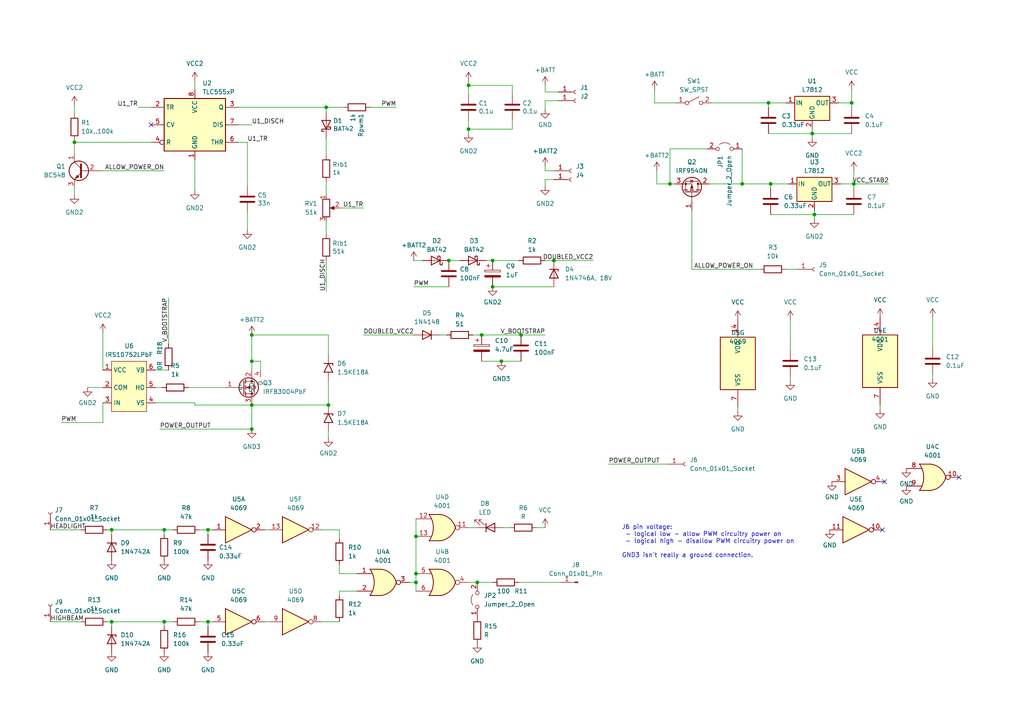
<source format=kicad_sch>
(kicad_sch (version 20230121) (generator eeschema)
  (paper "A4")
  (lib_symbols
    (symbol "4xxx:4001" (pin_names (offset 1.016))
      (property "Reference" "U" (at 0 1.27 0))
      (property "Value" "4001" (at 0 -1.27 0))
      (symbol "4001_1_1"
        (pin input line (at -7.62 2.54 0) (length 4.318) (name "~") (number "1"))
        (pin input line (at -7.62 -2.54 0) (length 4.318) (name "~") (number "2"))
        (pin output inverted (at 7.62 0 180) (length 3.81) (name "~") (number "3"))
      )
      (symbol "4001_1_2"
        (pin input inverted (at -7.62 2.54 0) (length 3.81) (name "~") (number "1"))
        (pin input inverted (at -7.62 -2.54 0) (length 3.81) (name "~") (number "2"))
        (pin output line (at 7.62 0 180) (length 3.81) (name "~") (number "3"))
      )
      (symbol "4001_2_1"
        (pin output inverted (at 7.62 0 180) (length 3.81) (name "~") (number "4"))
        (pin input line (at -7.62 2.54 0) (length 4.318) (name "~") (number "5"))
        (pin input line (at -7.62 -2.54 0) (length 4.318) (name "~") (number "6"))
      )
      (symbol "4001_2_2"
        (pin output line (at 7.62 0 180) (length 3.81) (name "~") (number "4"))
        (pin input inverted (at -7.62 2.54 0) (length 3.81) (name "~") (number "5"))
        (pin input inverted (at -7.62 -2.54 0) (length 3.81) (name "~") (number "6"))
      )
      (symbol "4001_3_1"
        (pin output inverted (at 7.62 0 180) (length 3.81) (name "~") (number "10"))
        (pin input line (at -7.62 2.54 0) (length 4.318) (name "~") (number "8"))
        (pin input line (at -7.62 -2.54 0) (length 4.318) (name "~") (number "9"))
      )
      (symbol "4001_3_2"
        (pin output line (at 7.62 0 180) (length 3.81) (name "~") (number "10"))
        (pin input inverted (at -7.62 2.54 0) (length 3.81) (name "~") (number "8"))
        (pin input inverted (at -7.62 -2.54 0) (length 3.81) (name "~") (number "9"))
      )
      (symbol "4001_4_1"
        (pin output inverted (at 7.62 0 180) (length 3.81) (name "~") (number "11"))
        (pin input line (at -7.62 2.54 0) (length 4.318) (name "~") (number "12"))
        (pin input line (at -7.62 -2.54 0) (length 4.318) (name "~") (number "13"))
      )
      (symbol "4001_4_2"
        (pin output line (at 7.62 0 180) (length 3.81) (name "~") (number "11"))
        (pin input inverted (at -7.62 2.54 0) (length 3.81) (name "~") (number "12"))
        (pin input inverted (at -7.62 -2.54 0) (length 3.81) (name "~") (number "13"))
      )
      (symbol "4001_5_0"
        (pin power_in line (at 0 12.7 270) (length 5.08) (name "VDD") (number "14"))
        (pin power_in line (at 0 -12.7 90) (length 5.08) (name "VSS") (number "7"))
      )
    )
    (symbol "4xxx:4069" (pin_names (offset 1.016))
      (property "Reference" "U" (at 0 1.27 0))
      (property "Value" "4069" (at 0 -1.27 0))
      (symbol "4069_1_0"
        (pin input line (at -7.62 0 0) (length 3.81) (name "~") (number "1"))
        (pin output inverted (at 7.62 0 180) (length 3.81) (name "~") (number "2"))
      )
      (symbol "4069_2_0"
        (pin input line (at -7.62 0 0) (length 3.81) (name "~") (number "3"))
        (pin output inverted (at 7.62 0 180) (length 3.81) (name "~") (number "4"))
      )
      (symbol "4069_3_0"
        (pin input line (at -7.62 0 0) (length 3.81) (name "~") (number "5"))
        (pin output inverted (at 7.62 0 180) (length 3.81) (name "~") (number "6"))
      )
      (symbol "4069_4_0"
        (pin output inverted (at 7.62 0 180) (length 3.81) (name "~") (number "8"))
        (pin input line (at -7.62 0 0) (length 3.81) (name "~") (number "9"))
      )
      (symbol "4069_5_0"
        (pin output inverted (at 7.62 0 180) (length 3.81) (name "~") (number "10"))
        (pin input line (at -7.62 0 0) (length 3.81) (name "~") (number "11"))
      )
      (symbol "4069_6_0"
        (pin output inverted (at 7.62 0 180) (length 3.81) (name "~") (number "12"))
        (pin input line (at -7.62 0 0) (length 3.81) (name "~") (number "13"))
      )
      (symbol "4069_7_0"
        (pin power_in line (at 0 12.7 270) (length 5.08) (name "VDD") (number "14"))
        (pin power_in line (at 0 -12.7 90) (length 5.08) (name "VSS") (number "7"))
      )
    )
    (symbol "Connector:Conn_01x01_Pin" (pin_names (offset 1.016) hide)
      (property "Reference" "J" (at 0 2.54 0))
      (property "Value" "Conn_01x01_Pin" (at 0 -2.54 0))
      (symbol "Conn_01x01_Pin_1_1"
        (pin passive line (at 5.08 0 180) (length 3.81) (name "Pin_1") (number "1"))
      )
    )
    (symbol "Connector:Conn_01x01_Socket" (pin_names (offset 1.016) hide)
      (property "Reference" "J" (at 0 2.54 0))
      (property "Value" "Conn_01x01_Socket" (at 0 -2.54 0))
      (symbol "Conn_01x01_Socket_1_1"
        (pin passive line (at -5.08 0 0) (length 3.81) (name "Pin_1") (number "1"))
      )
    )
    (symbol "Device:C" (pin_numbers hide) (pin_names (offset 0.254))
      (property "Reference" "C" (at 0.635 2.54 0))
      (property "Value" "C" (at 0.635 -2.54 0))
      (symbol "C_1_1"
        (pin passive line (at 0 3.81 270) (length 2.794) (name "~") (number "1"))
        (pin passive line (at 0 -3.81 90) (length 2.794) (name "~") (number "2"))
      )
    )
    (symbol "Device:C_Polarized" (pin_numbers hide) (pin_names (offset 0.254))
      (property "Reference" "C" (at 0.635 2.54 0))
      (property "Value" "C_Polarized" (at 0.635 -2.54 0))
      (symbol "C_Polarized_1_1"
        (pin passive line (at 0 3.81 270) (length 2.794) (name "~") (number "1"))
        (pin passive line (at 0 -3.81 90) (length 2.794) (name "~") (number "2"))
      )
    )
    (symbol "Device:LED" (pin_numbers hide) (pin_names (offset 1.016) hide)
      (property "Reference" "D" (at 0 2.54 0))
      (property "Value" "LED" (at 0 -2.54 0))
      (symbol "LED_1_1"
        (pin passive line (at -3.81 0 0) (length 2.54) (name "K") (number "1"))
        (pin passive line (at 3.81 0 180) (length 2.54) (name "A") (number "2"))
      )
    )
    (symbol "Device:R" (pin_numbers hide) (pin_names (offset 0))
      (property "Reference" "R" (at 2.032 0 90))
      (property "Value" "R" (at 0 0 90))
      (symbol "R_1_1"
        (pin passive line (at 0 3.81 270) (length 1.27) (name "~") (number "1"))
        (pin passive line (at 0 -3.81 90) (length 1.27) (name "~") (number "2"))
      )
    )
    (symbol "Device:R_Potentiometer" (pin_names (offset 1.016) hide)
      (property "Reference" "RV" (at -4.445 0 90))
      (property "Value" "R_Potentiometer" (at -2.54 0 90))
      (symbol "R_Potentiometer_1_1"
        (pin passive line (at 0 3.81 270) (length 1.27) (name "1") (number "1"))
        (pin passive line (at 3.81 0 180) (length 1.27) (name "2") (number "2"))
        (pin passive line (at 0 -3.81 90) (length 1.27) (name "3") (number "3"))
      )
    )
    (symbol "Diode:1.5KExxA" (pin_numbers hide) (pin_names (offset 1.016) hide)
      (property "Reference" "D" (at 0 2.54 0))
      (property "Value" "1.5KExxA" (at 0 -2.54 0))
      (symbol "1.5KExxA_1_1"
        (pin passive line (at -3.81 0 0) (length 2.54) (name "A1") (number "1"))
        (pin passive line (at 3.81 0 180) (length 2.54) (name "A2") (number "2"))
      )
    )
    (symbol "Diode:1N4148" (pin_numbers hide) (pin_names hide)
      (property "Reference" "D" (at 0 2.54 0))
      (property "Value" "1N4148" (at 0 -2.54 0))
      (symbol "1N4148_1_1"
        (pin passive line (at -3.81 0 0) (length 2.54) (name "K") (number "1"))
        (pin passive line (at 3.81 0 180) (length 2.54) (name "A") (number "2"))
      )
    )
    (symbol "Diode:1N47xxA" (pin_numbers hide) (pin_names hide)
      (property "Reference" "D" (at 0 2.54 0))
      (property "Value" "1N47xxA" (at 0 -2.54 0))
      (symbol "1N47xxA_1_1"
        (pin passive line (at -3.81 0 0) (length 2.54) (name "K") (number "1"))
        (pin passive line (at 3.81 0 180) (length 2.54) (name "A") (number "2"))
      )
    )
    (symbol "Diode:BAT42" (pin_numbers hide) (pin_names (offset 1.016) hide)
      (property "Reference" "D" (at 0 2.54 0))
      (property "Value" "BAT42" (at 0 -2.54 0))
      (symbol "BAT42_1_1"
        (pin passive line (at -3.81 0 0) (length 2.54) (name "K") (number "1"))
        (pin passive line (at 3.81 0 180) (length 2.54) (name "A") (number "2"))
      )
    )
    (symbol "IRFB3004PbF:IRFB3004PbF" (pin_names (offset 1.016))
      (property "Reference" "Q" (at 3.81 1.27 0))
      (property "Value" "IRFB3004PbF" (at 8.89 -1.27 0))
      (symbol "IRFB3004PbF_1_1"
        (pin input line (at -7.62 0 0) (length 2.54) (name "G") (number "1"))
        (pin passive line (at 0 5.08 270) (length 2.54) (name "D") (number "2"))
        (pin passive line (at 0 -5.08 90) (length 2.54) (name "S") (number "3"))
        (pin passive line (at 2.54 5.08 270) (length 2.0066) (name "D") (number "4"))
      )
    )
    (symbol "IRS10752LPbF:IRS10752LPbF"
      (property "Reference" "U" (at -1.27 -6.985 0))
      (property "Value" "IRS10752LPbF" (at 2.54 10.16 0))
      (symbol "IRS10752LPbF_1_1"
        (pin power_in line (at -5.08 6.35 0) (length 2.54) (name "VCC") (number "1"))
        (pin power_in line (at -5.08 1.27 0) (length 2.54) (name "COM") (number "2"))
        (pin input line (at -5.08 -3.175 0) (length 2.54) (name "IN") (number "3"))
        (pin input line (at 10.16 -3.175 180) (length 2.54) (name "VS") (number "4"))
        (pin power_out line (at 10.16 1.27 180) (length 2.54) (name "HO") (number "5"))
        (pin input line (at 10.16 6.35 180) (length 2.54) (name "VB") (number "6"))
      )
    )
    (symbol "Jumper:Jumper_2_Open" (pin_names (offset 0) hide)
      (property "Reference" "JP" (at 0 2.794 0))
      (property "Value" "Jumper_2_Open" (at 0 -2.286 0))
      (symbol "Jumper_2_Open_1_1"
        (pin passive line (at -5.08 0 0) (length 2.54) (name "A") (number "1"))
        (pin passive line (at 5.08 0 180) (length 2.54) (name "B") (number "2"))
      )
    )
    (symbol "Regulator_Linear:L7812" (pin_names (offset 0.254))
      (property "Reference" "U" (at -3.81 3.175 0))
      (property "Value" "L7812" (at 0 3.175 0))
      (symbol "L7812_1_1"
        (pin power_in line (at -7.62 0 0) (length 2.54) (name "IN") (number "1"))
        (pin power_in line (at 0 -7.62 90) (length 2.54) (name "GND") (number "2"))
        (pin power_out line (at 7.62 0 180) (length 2.54) (name "OUT") (number "3"))
      )
    )
    (symbol "Switch:SW_SPST" (pin_names (offset 0) hide)
      (property "Reference" "SW" (at 0 3.175 0))
      (property "Value" "SW_SPST" (at 0 -2.54 0))
      (symbol "SW_SPST_1_1"
        (pin passive line (at -5.08 0 0) (length 2.54) (name "A") (number "1"))
        (pin passive line (at 5.08 0 180) (length 2.54) (name "B") (number "2"))
      )
    )
    (symbol "Timer:TLC555xP"
      (property "Reference" "U" (at -10.16 8.89 0))
      (property "Value" "TLC555xP" (at 2.54 8.89 0))
      (symbol "TLC555xP_0_0"
        (pin power_in line (at 0 -10.16 90) (length 2.54) (name "GND") (number "1"))
        (pin power_in line (at 0 10.16 270) (length 2.54) (name "VCC") (number "8"))
      )
      (symbol "TLC555xP_1_1"
        (pin input line (at -12.7 5.08 0) (length 3.81) (name "TR") (number "2"))
        (pin output line (at 12.7 5.08 180) (length 3.81) (name "Q") (number "3"))
        (pin input inverted (at -12.7 -5.08 0) (length 3.81) (name "R") (number "4"))
        (pin input line (at -12.7 0 0) (length 3.81) (name "CV") (number "5"))
        (pin input line (at 12.7 -5.08 180) (length 3.81) (name "THR") (number "6"))
        (pin input line (at 12.7 0 180) (length 3.81) (name "DIS") (number "7"))
      )
    )
    (symbol "Transistor_BJT:BC548" (pin_names (offset 0) hide)
      (property "Reference" "Q" (at 5.08 1.905 0))
      (property "Value" "BC548" (at 5.08 0 0))
      (symbol "BC548_1_1"
        (pin passive line (at 2.54 5.08 270) (length 2.54) (name "C") (number "1"))
        (pin input line (at -5.08 0 0) (length 5.08) (name "B") (number "2"))
        (pin passive line (at 2.54 -5.08 90) (length 2.54) (name "E") (number "3"))
      )
    )
    (symbol "Transistor_FET:IRF9540N" (pin_names hide)
      (property "Reference" "Q" (at 5.08 1.905 0))
      (property "Value" "IRF9540N" (at 5.08 0 0))
      (symbol "IRF9540N_1_1"
        (pin input line (at -5.08 0 0) (length 2.54) (name "G") (number "1"))
        (pin passive line (at 2.54 5.08 270) (length 2.54) (name "D") (number "2"))
        (pin passive line (at 2.54 -5.08 90) (length 2.54) (name "S") (number "3"))
      )
    )
    (symbol "batt2:+BATT2" (power) (pin_names (offset 0))
      (property "Value" "+BATT2" (at 0 3.556 0))
      (symbol "+BATT2_1_1"
        (pin power_in line (at 0 0 90) (length 0) hide (name "+BATT2") (number "1"))
      )
    )
    (symbol "power:+BATT" (power) (pin_names (offset 0))
      (property "Value" "+BATT" (at 0 3.556 0))
      (symbol "+BATT_1_1"
        (pin power_in line (at 0 0 90) (length 0) hide (name "+BATT") (number "1"))
      )
    )
    (symbol "power:GND" (power) (pin_names (offset 0))
      (property "Value" "GND" (at 0 -3.81 0))
      (symbol "GND_1_1"
        (pin power_in line (at 0 0 270) (length 0) hide (name "GND") (number "1"))
      )
    )
    (symbol "power:GND2" (power) (pin_names (offset 0))
      (property "Value" "GND2" (at 0 -3.81 0))
      (symbol "GND2_1_1"
        (pin power_in line (at 0 0 270) (length 0) hide (name "GND2") (number "1"))
      )
    )
    (symbol "power:GND3" (power) (pin_names (offset 0))
      (property "Value" "GND3" (at 0 -3.81 0))
      (symbol "GND3_1_1"
        (pin power_in line (at 0 0 270) (length 0) hide (name "GND3") (number "1"))
      )
    )
    (symbol "power:VCC" (power) (pin_names (offset 0))
      (property "Value" "VCC" (at 0 3.81 0))
      (symbol "VCC_1_1"
        (pin power_in line (at 0 0 90) (length 0) hide (name "VCC") (number "1"))
      )
    )
    (symbol "vcc2:VCC2" (power) (pin_names (offset 0))
      (property "Value" "VCC2" (at 0 3.81 0))
      (symbol "VCC2_1_1"
        (pin power_in line (at 0 0 90) (length 0) hide (name "VCC2") (number "1"))
      )
    )
  )
  (junction (at 120.65 168.91))
  (junction (at 73.025 97.155))
  (junction (at 247.65 53.34))
  (junction (at 142.875 75.565))
  (junction (at 32.385 153.67))
  (junction (at 47.625 180.34))
  (junction (at 120.65 155.575))
  (junction (at 194.31 53.34))
  (junction (at 142.875 83.185))
  (junction (at 222.885 29.845))
  (junction (at 120.65 166.37))
  (junction (at 247.015 29.845))
  (junction (at 32.385 180.34))
  (junction (at 73.025 104.775))
  (junction (at 95.25 117.475))
  (junction (at 94.615 31.115))
  (junction (at 60.325 180.34))
  (junction (at 47.625 153.67))
  (junction (at 60.325 153.67))
  (junction (at 160.655 75.565))
  (junction (at 236.22 62.23))
  (junction (at 223.52 53.34))
  (junction (at 215.265 53.34))
  (junction (at 21.59 41.275))
  (junction (at 130.175 75.565))
  (junction (at 73.025 117.475))
  (junction (at 138.43 168.91))
  (junction (at 139.7 97.155))
  (junction (at 235.585 38.735))
  (junction (at 135.89 24.765))
  (junction (at 73.025 124.46))
  (junction (at 145.415 104.775))
  (junction (at 135.89 37.465))
  (junction (at 151.13 97.155))
  (no_connect (at 255.905 153.67))
  (no_connect (at 256.54 139.7))
  (no_connect (at 43.815 36.195))
  (no_connect (at 278.13 138.43))
  (wire (pts (xy 135.89 153.035) (xy 138.43 153.035)))
  (wire (pts (xy 60.325 180.34) (xy 61.595 180.34)))
  (wire (pts (xy 146.05 153.035) (xy 147.955 153.035)))
  (wire (pts (xy 158.115 24.765) (xy 158.115 26.67)))
  (wire (pts (xy 56.515 46.355) (xy 56.515 55.245)))
  (wire (pts (xy 56.515 116.84) (xy 56.515 117.475)))
  (wire (pts (xy 29.21 49.53) (xy 47.625 49.53)))
  (wire (pts (xy 158.115 29.21) (xy 158.115 31.75)))
  (wire (pts (xy 135.89 24.765) (xy 135.89 27.305)))
  (wire (pts (xy 150.495 168.91) (xy 162.56 168.91)))
  (wire (pts (xy 243.205 29.845) (xy 247.015 29.845)))
  (wire (pts (xy 120.65 150.495) (xy 120.65 155.575)))
  (wire (pts (xy 247.015 26.035) (xy 247.015 29.845)))
  (wire (pts (xy 158.115 75.565) (xy 160.655 75.565)))
  (wire (pts (xy 139.7 97.155) (xy 151.13 97.155)))
  (wire (pts (xy 60.325 153.67) (xy 61.595 153.67)))
  (wire (pts (xy 94.615 31.115) (xy 99.695 31.115)))
  (wire (pts (xy 21.59 33.02) (xy 21.59 30.48)))
  (wire (pts (xy 151.13 97.155) (xy 158.115 97.155)))
  (wire (pts (xy 47.625 180.34) (xy 50.165 180.34)))
  (wire (pts (xy 120.65 168.91) (xy 120.65 171.45)))
  (wire (pts (xy 21.59 41.275) (xy 43.815 41.275)))
  (wire (pts (xy 105.41 97.155) (xy 120.015 97.155)))
  (wire (pts (xy 220.345 78.105) (xy 200.66 78.105)))
  (wire (pts (xy 98.425 171.45) (xy 103.505 171.45)))
  (wire (pts (xy 205.74 53.34) (xy 215.265 53.34)))
  (wire (pts (xy 17.78 122.555) (xy 29.845 122.555)))
  (wire (pts (xy 29.845 96.52) (xy 29.845 107.315)))
  (wire (pts (xy 235.585 37.465) (xy 235.585 38.735)))
  (wire (pts (xy 94.615 40.005) (xy 94.615 45.085)))
  (wire (pts (xy 71.755 41.275) (xy 69.215 41.275)))
  (wire (pts (xy 222.885 29.845) (xy 227.965 29.845)))
  (wire (pts (xy 270.51 100.965) (xy 270.51 92.075)))
  (wire (pts (xy 94.615 64.135) (xy 94.615 67.945)))
  (wire (pts (xy 247.65 53.34) (xy 247.65 54.61)))
  (wire (pts (xy 98.425 60.325) (xy 105.41 60.325)))
  (wire (pts (xy 95.25 97.155) (xy 95.25 102.87)))
  (wire (pts (xy 229.235 109.22) (xy 229.235 110.49)))
  (wire (pts (xy 32.385 153.67) (xy 47.625 153.67)))
  (wire (pts (xy 138.43 168.91) (xy 142.875 168.91)))
  (wire (pts (xy 57.785 153.67) (xy 60.325 153.67)))
  (wire (pts (xy 98.425 156.21) (xy 98.425 153.67)))
  (wire (pts (xy 200.66 60.96) (xy 200.66 78.105)))
  (wire (pts (xy 135.89 38.735) (xy 135.89 37.465)))
  (wire (pts (xy 94.615 56.515) (xy 94.615 52.705)))
  (wire (pts (xy 196.215 29.845) (xy 189.865 29.845)))
  (wire (pts (xy 73.025 104.775) (xy 75.565 104.775)))
  (wire (pts (xy 243.84 53.34) (xy 247.65 53.34)))
  (wire (pts (xy 98.425 153.67) (xy 93.345 153.67)))
  (wire (pts (xy 222.885 38.735) (xy 235.585 38.735)))
  (wire (pts (xy 148.59 24.765) (xy 135.89 24.765)))
  (wire (pts (xy 47.625 153.67) (xy 47.625 154.94)))
  (wire (pts (xy 247.015 38.735) (xy 235.585 38.735)))
  (wire (pts (xy 48.895 86.36) (xy 48.895 99.695)))
  (wire (pts (xy 21.59 41.275) (xy 21.59 44.45)))
  (wire (pts (xy 32.385 180.34) (xy 32.385 181.61)))
  (wire (pts (xy 148.59 37.465) (xy 135.89 37.465)))
  (wire (pts (xy 14.605 180.34) (xy 23.495 180.34)))
  (wire (pts (xy 135.89 37.465) (xy 135.89 34.925)))
  (wire (pts (xy 142.875 75.565) (xy 150.495 75.565)))
  (wire (pts (xy 40.005 31.115) (xy 43.815 31.115)))
  (wire (pts (xy 25.4 112.395) (xy 29.845 112.395)))
  (wire (pts (xy 247.65 53.34) (xy 257.81 53.34)))
  (wire (pts (xy 247.015 29.845) (xy 247.015 31.115)))
  (wire (pts (xy 140.97 75.565) (xy 142.875 75.565)))
  (wire (pts (xy 71.755 41.275) (xy 71.755 53.975)))
  (wire (pts (xy 118.745 168.91) (xy 120.65 168.91)))
  (wire (pts (xy 73.025 104.775) (xy 73.025 107.315)))
  (wire (pts (xy 60.325 181.61) (xy 60.325 180.34)))
  (wire (pts (xy 236.22 62.23) (xy 236.22 63.5)))
  (wire (pts (xy 76.835 180.34) (xy 78.105 180.34)))
  (wire (pts (xy 32.385 153.67) (xy 32.385 154.94)))
  (wire (pts (xy 120.65 155.575) (xy 120.65 166.37)))
  (wire (pts (xy 56.515 117.475) (xy 73.025 117.475)))
  (wire (pts (xy 135.89 168.91) (xy 138.43 168.91)))
  (wire (pts (xy 190.5 49.53) (xy 190.5 53.34)))
  (wire (pts (xy 227.965 78.105) (xy 231.14 78.105)))
  (wire (pts (xy 98.425 172.72) (xy 98.425 171.45)))
  (wire (pts (xy 137.16 97.155) (xy 139.7 97.155)))
  (wire (pts (xy 270.51 108.585) (xy 270.51 109.855)))
  (wire (pts (xy 135.89 23.495) (xy 135.89 24.765)))
  (wire (pts (xy 14.605 153.67) (xy 23.495 153.67)))
  (wire (pts (xy 213.995 118.11) (xy 213.995 119.38)))
  (wire (pts (xy 98.425 166.37) (xy 98.425 163.83)))
  (wire (pts (xy 95.25 97.155) (xy 73.025 97.155)))
  (wire (pts (xy 223.52 53.34) (xy 223.52 54.61)))
  (wire (pts (xy 32.385 180.34) (xy 47.625 180.34)))
  (wire (pts (xy 148.59 34.925) (xy 148.59 37.465)))
  (wire (pts (xy 120.015 75.565) (xy 122.555 75.565)))
  (wire (pts (xy 95.25 110.49) (xy 95.25 117.475)))
  (wire (pts (xy 31.115 180.34) (xy 32.385 180.34)))
  (wire (pts (xy 60.325 154.94) (xy 60.325 153.67)))
  (wire (pts (xy 160.655 52.07) (xy 158.115 52.07)))
  (wire (pts (xy 75.565 104.775) (xy 75.565 107.315)))
  (wire (pts (xy 145.415 104.775) (xy 151.13 104.775)))
  (wire (pts (xy 73.025 97.155) (xy 73.025 104.775)))
  (wire (pts (xy 236.22 60.96) (xy 236.22 62.23)))
  (wire (pts (xy 127.635 97.155) (xy 129.54 97.155)))
  (wire (pts (xy 71.755 66.675) (xy 71.755 61.595)))
  (wire (pts (xy 148.59 27.305) (xy 148.59 24.765)))
  (wire (pts (xy 54.61 112.395) (xy 65.405 112.395)))
  (wire (pts (xy 45.085 112.395) (xy 46.99 112.395)))
  (wire (pts (xy 194.31 53.34) (xy 195.58 53.34)))
  (wire (pts (xy 21.59 54.61) (xy 21.59 56.515)))
  (wire (pts (xy 161.925 26.67) (xy 158.115 26.67)))
  (wire (pts (xy 94.615 75.565) (xy 94.615 84.455)))
  (wire (pts (xy 29.845 116.84) (xy 29.845 122.555)))
  (wire (pts (xy 190.5 53.34) (xy 194.31 53.34)))
  (wire (pts (xy 247.65 49.53) (xy 247.65 53.34)))
  (wire (pts (xy 45.085 116.84) (xy 56.515 116.84)))
  (wire (pts (xy 189.865 26.035) (xy 189.865 29.845)))
  (wire (pts (xy 215.265 53.34) (xy 223.52 53.34)))
  (wire (pts (xy 120.65 168.91) (xy 120.65 166.37)))
  (wire (pts (xy 205.105 43.18) (xy 194.31 43.18)))
  (wire (pts (xy 247.65 62.23) (xy 236.22 62.23)))
  (wire (pts (xy 107.315 31.115) (xy 114.935 31.115)))
  (wire (pts (xy 142.875 83.185) (xy 160.655 83.185)))
  (wire (pts (xy 155.575 153.035) (xy 158.115 153.035)))
  (wire (pts (xy 215.265 43.18) (xy 215.265 53.34)))
  (wire (pts (xy 223.52 53.34) (xy 228.6 53.34)))
  (wire (pts (xy 69.215 31.115) (xy 94.615 31.115)))
  (wire (pts (xy 158.115 49.53) (xy 158.115 48.26)))
  (wire (pts (xy 46.355 124.46) (xy 73.025 124.46)))
  (wire (pts (xy 158.115 52.07) (xy 158.115 53.975)))
  (wire (pts (xy 73.025 117.475) (xy 95.25 117.475)))
  (wire (pts (xy 223.52 62.23) (xy 236.22 62.23)))
  (wire (pts (xy 57.785 180.34) (xy 60.325 180.34)))
  (wire (pts (xy 160.655 49.53) (xy 158.115 49.53)))
  (wire (pts (xy 73.025 36.195) (xy 69.215 36.195)))
  (wire (pts (xy 103.505 166.37) (xy 98.425 166.37)))
  (wire (pts (xy 93.345 180.34) (xy 98.425 180.34)))
  (wire (pts (xy 45.085 107.315) (xy 48.895 107.315)))
  (wire (pts (xy 222.885 29.845) (xy 222.885 31.115)))
  (wire (pts (xy 21.59 40.64) (xy 21.59 41.275)))
  (wire (pts (xy 235.585 38.735) (xy 235.585 40.005)))
  (wire (pts (xy 120.015 83.185) (xy 130.175 83.185)))
  (wire (pts (xy 56.515 23.495) (xy 56.515 26.035)))
  (wire (pts (xy 229.235 101.6) (xy 229.235 92.71)))
  (wire (pts (xy 176.53 134.62) (xy 193.675 134.62)))
  (wire (pts (xy 95.25 125.095) (xy 95.25 127)))
  (wire (pts (xy 47.625 180.34) (xy 47.625 181.61)))
  (wire (pts (xy 206.375 29.845) (xy 222.885 29.845)))
  (wire (pts (xy 73.025 117.475) (xy 73.025 124.46)))
  (wire (pts (xy 194.31 43.18) (xy 194.31 53.34)))
  (wire (pts (xy 255.27 117.475) (xy 255.27 118.745)))
  (wire (pts (xy 161.925 29.21) (xy 158.115 29.21)))
  (wire (pts (xy 139.7 104.775) (xy 145.415 104.775)))
  (wire (pts (xy 130.175 75.565) (xy 133.35 75.565)))
  (wire (pts (xy 76.835 153.67) (xy 78.105 153.67)))
  (wire (pts (xy 31.115 153.67) (xy 32.385 153.67)))
  (wire (pts (xy 160.655 75.565) (xy 172.085 75.565)))
  (wire (pts (xy 47.625 153.67) (xy 50.165 153.67)))
  (wire (pts (xy 94.615 31.115) (xy 94.615 32.385)))
  (text "J6 pin voltage:\n - logical low - allow PWM circuitry power on\n - logical high - disallow PWM circuitry power on\n\nGND3 isn't really a ground connection." (at 180.34 161.925 0) (effects (font (size 1.27 1.27)) (justify left bottom)))
  (label "VCC_STAB2" (at 257.81 53.34 180))
  (label "U1_DISCH" (at 73.025 36.195 0))
  (label "ALLOW_POWER_ON" (at 47.625 49.53 180))
  (label "U1_TR" (at 40.005 31.115 180))
  (label "PWM" (at 120.015 83.185 0))
  (label "POWER_OUTPUT" (at 46.355 124.46 0))
  (label "DOUBLED_VCC2" (at 172.085 75.565 180))
  (label "ALLOW_POWER_ON" (at 201.295 78.105 0))
  (label "POWER_OUTPUT" (at 176.53 134.62 0))
  (label "HEADLIGHT" (at 14.605 153.67 0))
  (label "U1_TR" (at 71.755 41.275 0))
  (label "PWM" (at 17.78 122.555 0))
  (label "HIGHBEAM" (at 14.605 180.34 0))
  (label "U1_TR" (at 105.41 60.325 180))
  (label "DOUBLED_VCC2" (at 105.41 97.155 0))
  (label "PWM" (at 114.935 31.115 180))
  (label "V_BOOTSTRAP" (at 158.115 97.155 180))
  (label "V_BOOTSTRAP" (at 48.895 86.36 270))
  (label "U1_DISCH" (at 94.615 84.455 90))
  (symbol (lib_id "Diode:1N4148") (at 123.825 97.155 180) (unit 1)
    (property "Reference" "D5" (at 123.825 90.805 0))
    (property "Value" "1N4148" (at 123.825 93.345 0))
    (property "Footprint" "Diode_THT:D_DO-35_SOD27_P7.62mm_Horizontal" (effects hide))
    (property "Datasheet" "https://assets.nexperia.com/documents/data-sheet/1N4148_1N4448.pdf" (effects hide))
    (property "Sim.Device" "D" (effects hide))
    (property "Sim.Pins" "1=K 2=A" (effects hide))
  )
  (symbol (lib_id "4xxx:4069") (at 248.92 139.7 0) (unit 2)
    (property "Reference" "U5" (at 248.92 130.81 0))
    (property "Value" "4069" (at 248.92 133.35 0))
    (property "Footprint" "Package_DIP:DIP-14_W7.62mm" (effects hide))
    (property "Datasheet" "http://www.intersil.com/content/dam/Intersil/documents/cd40/cd4069ubms.pdf" (effects hide))
  )
  (symbol (lib_id "Device:R_Potentiometer") (at 94.615 60.325 0) (unit 1)
    (property "Reference" "RV1" (at 92.075 59.0549 0) (effects (justify right)))
    (property "Value" "51k" (at 92.075 61.5949 0) (effects (justify right)))
    (property "Footprint" "Potentiometer_THT:Potentiometer_Bourns_3296W_Vertical" (effects hide))
  )
  (symbol (lib_id "Connector:Conn_01x01_Socket") (at 167.005 26.67 0) (unit 1)
    (property "Reference" "J1" (at 168.275 25.4 0) (effects (justify left)))
    (property "Value" "Conn_01x01_Socket" (effects hide))
    (property "Footprint" "Connector_Wire:SolderWire-2.5sqmm_1x01_D2.4mm_OD3.6mm" (effects hide))
  )
  (symbol (lib_id "power:+BATT") (at 158.115 24.765 0) (unit 1)
    (property "Reference" "#PWR03" (effects hide))
    (property "Value" "+BATT" (at 158.115 20.32 0))
  )
  (symbol (lib_id "Device:R") (at 151.765 153.035 90) (unit 1)
    (property "Reference" "R6" (at 151.765 147.32 90))
    (property "Value" "R" (at 151.765 149.86 90))
    (property "Footprint" "Resistor_THT:R_Axial_DIN0207_L6.3mm_D2.5mm_P2.54mm_Vertical" (effects hide))
  )
  (symbol (lib_id "batt2:+BATT2") (at 190.5 49.53 0) (unit 1)
    (property "Reference" "#PWR011" (effects hide))
    (property "Value" "+BATT2" (at 190.5 45.085 0))
  )
  (symbol (lib_id "power:GND") (at 255.27 118.745 0) (unit 1)
    (property "Reference" "#PWR030" (effects hide))
    (property "Value" "GND" (at 255.27 123.825 0))
  )
  (symbol (lib_id "Device:C") (at 229.235 105.41 0) (unit 1)
    (property "Reference" "C13" (at 233.045 104.14 0) (effects (justify left)))
    (property "Value" "0.1uF" (at 233.045 106.68 0) (effects (justify left)))
    (property "Footprint" "Capacitor_THT:C_Disc_D6.0mm_W2.5mm_P5.00mm" (effects hide))
  )
  (symbol (lib_id "Diode:1N47xxA") (at 32.385 158.75 270) (unit 1)
    (property "Reference" "D9" (at 34.925 157.48 90) (effects (justify left)))
    (property "Value" "1N4742A" (at 34.925 160.02 90) (effects (justify left)))
    (property "Footprint" "Diode_THT:D_DO-41_SOD81_P10.16mm_Horizontal" (effects hide))
    (property "Datasheet" "https://www.vishay.com/docs/85816/1n4728a.pdf" (effects hide))
  )
  (symbol (lib_id "vcc2:VCC2") (at 247.65 49.53 0) (unit 1)
    (property "Reference" "#PWR012" (effects hide))
    (property "Value" "VCC2" (at 247.65 44.45 0))
  )
  (symbol (lib_id "Diode:BAT42") (at 126.365 75.565 180) (unit 1)
    (property "Reference" "D2" (at 126.6825 69.85 0))
    (property "Value" "BAT42" (at 126.6825 72.39 0))
    (property "Footprint" "Diode_THT:D_DO-35_SOD27_P5.08mm_Vertical_KathodeUp" (effects hide))
    (property "Datasheet" "http://www.vishay.com/docs/85660/bat42.pdf" (effects hide))
  )
  (symbol (lib_id "4xxx:4001") (at 128.27 168.91 0) (unit 2)
    (property "Reference" "U4" (at 128.27 160.02 0))
    (property "Value" "4001" (at 128.27 162.56 0))
    (property "Footprint" "Package_DIP:DIP-14_W7.62mm" (effects hide))
    (property "Datasheet" "http://www.intersil.com/content/dam/Intersil/documents/cd40/cd4000bms-01bms-02bms-25bms.pdf" (effects hide))
  )
  (symbol (lib_id "Diode:BAT42") (at 94.615 36.195 90) (unit 1)
    (property "Reference" "D1" (at 96.6216 35.0266 90) (effects (justify right)))
    (property "Value" "BAT42" (at 96.6216 37.338 90) (effects (justify right)))
    (property "Footprint" "Diode_THT:D_DO-35_SOD27_P7.62mm_Horizontal" (effects hide))
    (property "Datasheet" "http://www.vishay.com/docs/85660/bat42.pdf" (effects hide))
  )
  (symbol (lib_id "Device:C_Polarized") (at 142.875 79.375 0) (unit 1)
    (property "Reference" "C9" (at 146.685 77.216 0) (effects (justify left)))
    (property "Value" "1uF" (at 146.685 79.756 0) (effects (justify left)))
    (property "Footprint" "Capacitor_THT:CP_Radial_D5.0mm_P2.00mm" (effects hide))
  )
  (symbol (lib_id "power:VCC") (at 158.115 153.035 0) (unit 1)
    (property "Reference" "#PWR037" (effects hide))
    (property "Value" "VCC" (at 158.115 147.955 0))
  )
  (symbol (lib_id "power:GND") (at 32.385 162.56 0) (unit 1)
    (property "Reference" "#PWR039" (effects hide))
    (property "Value" "GND" (at 32.385 167.64 0))
  )
  (symbol (lib_id "Jumper:Jumper_2_Open") (at 138.43 173.99 90) (unit 1)
    (property "Reference" "JP2" (at 140.335 172.72 90) (effects (justify right)))
    (property "Value" "Jumper_2_Open" (at 140.335 175.26 90) (effects (justify right)))
    (property "Footprint" "Connector_Wire:SolderWire-0.75sqmm_1x02_P4.8mm_D1.25mm_OD2.3mm" (effects hide))
  )
  (symbol (lib_id "Transistor_BJT:BC548") (at 24.13 49.53 0) (mirror y) (unit 1)
    (property "Reference" "Q1" (at 19.05 48.26 0) (effects (justify left)))
    (property "Value" "BC548" (at 19.05 50.8 0) (effects (justify left)))
    (property "Footprint" "LIB:TO-92_HandSolder2" (effects hide))
    (property "Datasheet" "https://www.onsemi.com/pub/Collateral/BC550-D.pdf" (effects hide))
  )
  (symbol (lib_id "power:GND") (at 235.585 40.005 0) (unit 1)
    (property "Reference" "#PWR09" (effects hide))
    (property "Value" "GND" (at 235.585 45.085 0))
  )
  (symbol (lib_id "batt2:+BATT2") (at 120.015 75.565 0) (unit 1)
    (property "Reference" "#PWR018" (effects hide))
    (property "Value" "+BATT2" (at 120.015 71.12 0))
  )
  (symbol (lib_id "Device:C") (at 151.13 100.965 0) (unit 1)
    (property "Reference" "C11" (at 154.94 99.695 0) (effects (justify left)))
    (property "Value" "100nF" (at 154.94 102.235 0) (effects (justify left)))
    (property "Footprint" "Capacitor_THT:C_Disc_D6.0mm_W2.5mm_P5.00mm" (effects hide))
  )
  (symbol (lib_id "Connector:Conn_01x01_Socket") (at 14.605 148.59 90) (unit 1)
    (property "Reference" "J7" (at 15.875 147.955 90) (effects (justify right)))
    (property "Value" "Conn_01x01_Socket" (at 15.875 150.495 90) (effects (justify right)))
    (property "Footprint" "Connector_Wire:SolderWire-1.5sqmm_1x01_D1.7mm_OD3mm" (effects hide))
  )
  (symbol (lib_id "Connector:Conn_01x01_Socket") (at 14.605 175.26 90) (unit 1)
    (property "Reference" "J9" (at 15.875 174.625 90) (effects (justify right)))
    (property "Value" "Conn_01x01_Socket" (at 15.875 177.165 90) (effects (justify right)))
    (property "Footprint" "Connector_Wire:SolderWire-1.5sqmm_1x01_D1.7mm_OD3mm" (effects hide))
  )
  (symbol (lib_id "vcc2:VCC2") (at 21.59 30.48 0) (unit 1)
    (property "Reference" "#PWR06" (effects hide))
    (property "Value" "VCC2" (at 21.59 25.4 0))
  )
  (symbol (lib_id "power:GND") (at 47.625 189.23 0) (unit 1)
    (property "Reference" "#PWR044" (effects hide))
    (property "Value" "GND" (at 47.625 194.31 0))
  )
  (symbol (lib_id "Device:C") (at 222.885 34.925 0) (unit 1)
    (property "Reference" "C3" (at 226.695 33.655 0) (effects (justify left)))
    (property "Value" "0.33uF" (at 226.695 36.195 0) (effects (justify left)))
    (property "Footprint" "Capacitor_THT:C_Disc_D6.0mm_W2.5mm_P5.00mm" (effects hide))
  )
  (symbol (lib_id "IRFB3004PbF:IRFB3004PbF") (at 73.025 112.395 0) (unit 1)
    (property "Reference" "Q3" (at 76.2 111.0615 0) (effects (justify left)))
    (property "Value" "IRFB3004PbF" (at 76.2 113.6015 0) (effects (justify left)))
    (property "Footprint" "Package_TO_SOT_SMD:TO-263-2" (effects hide))
  )
  (symbol (lib_id "power:GND3") (at 73.025 124.46 0) (unit 1)
    (property "Reference" "#PWR032" (effects hide))
    (property "Value" "GND3" (at 73.025 129.54 0))
  )
  (symbol (lib_id "Device:R") (at 53.975 180.34 90) (unit 1)
    (property "Reference" "R14" (at 53.975 173.99 90))
    (property "Value" "47k" (at 53.975 176.53 90))
    (property "Footprint" "Resistor_THT:R_Axial_DIN0207_L6.3mm_D2.5mm_P2.54mm_Vertical" (effects hide))
  )
  (symbol (lib_id "power:GND") (at 270.51 109.855 0) (unit 1)
    (property "Reference" "#PWR027" (effects hide))
    (property "Value" "GND" (at 270.51 114.935 0))
  )
  (symbol (lib_id "vcc2:VCC2") (at 29.845 96.52 0) (unit 1)
    (property "Reference" "#PWR024" (effects hide))
    (property "Value" "VCC2" (at 29.845 91.44 0))
  )
  (symbol (lib_id "Connector:Conn_01x01_Socket") (at 167.005 29.21 0) (unit 1)
    (property "Reference" "J2" (at 168.275 27.94 0) (effects (justify left)))
    (property "Value" "Conn_01x01_Socket" (effects hide))
    (property "Footprint" "Connector_Wire:SolderWire-1.5sqmm_1x01_D1.7mm_OD3.9mm" (effects hide))
  )
  (symbol (lib_id "power:GND2") (at 95.25 127 0) (unit 1)
    (property "Reference" "#PWR033" (effects hide))
    (property "Value" "GND2" (at 95.25 131.445 0))
  )
  (symbol (lib_id "4xxx:4001") (at 128.27 153.035 0) (unit 4)
    (property "Reference" "U4" (at 128.27 144.145 0))
    (property "Value" "4001" (at 128.27 146.685 0))
    (property "Footprint" "Package_DIP:DIP-14_W7.62mm" (effects hide))
    (property "Datasheet" "http://www.intersil.com/content/dam/Intersil/documents/cd40/cd4000bms-01bms-02bms-25bms.pdf" (effects hide))
  )
  (symbol (lib_id "power:GND") (at 32.385 189.23 0) (unit 1)
    (property "Reference" "#PWR043" (effects hide))
    (property "Value" "GND" (at 32.385 194.31 0))
  )
  (symbol (lib_id "power:+BATT") (at 189.865 26.035 0) (unit 1)
    (property "Reference" "#PWR04" (effects hide))
    (property "Value" "+BATT" (at 189.865 21.59 0))
  )
  (symbol (lib_id "4xxx:4069") (at 248.285 153.67 0) (unit 5)
    (property "Reference" "U5" (at 248.285 144.78 0))
    (property "Value" "4069" (at 248.285 147.32 0))
    (property "Footprint" "Package_DIP:DIP-14_W7.62mm" (effects hide))
    (property "Datasheet" "http://www.intersil.com/content/dam/Intersil/documents/cd40/cd4069ubms.pdf" (effects hide))
  )
  (symbol (lib_id "Diode:BAT42") (at 137.16 75.565 180) (unit 1)
    (property "Reference" "D3" (at 137.4775 69.85 0))
    (property "Value" "BAT42" (at 137.4775 72.39 0))
    (property "Footprint" "Diode_THT:D_DO-35_SOD27_P5.08mm_Vertical_KathodeUp" (effects hide))
    (property "Datasheet" "http://www.vishay.com/docs/85660/bat42.pdf" (effects hide))
  )
  (symbol (lib_id "Connector:Conn_01x01_Socket") (at 236.22 78.105 0) (unit 1)
    (property "Reference" "J5" (at 237.49 76.835 0) (effects (justify left)))
    (property "Value" "Conn_01x01_Socket" (at 237.49 79.375 0) (effects (justify left)))
    (property "Footprint" "Connector_Wire:SolderWire-1.5sqmm_1x01_D1.7mm_OD3mm" (effects hide))
  )
  (symbol (lib_id "power:GND3") (at 145.415 104.775 0) (unit 1)
    (property "Reference" "#PWR026" (effects hide))
    (property "Value" "GND3" (at 145.415 109.855 0))
  )
  (symbol (lib_id "Device:R") (at 133.35 97.155 90) (unit 1)
    (property "Reference" "R4" (at 133.35 91.44 90))
    (property "Value" "51" (at 133.35 93.98 90))
    (property "Footprint" "Resistor_THT:R_Axial_DIN0207_L6.3mm_D2.5mm_P2.54mm_Vertical" (effects hide))
  )
  (symbol (lib_id "power:GND2") (at 71.755 66.675 0) (unit 1)
    (property "Reference" "#PWR017" (effects hide))
    (property "Value" "GND2" (at 71.755 71.755 0))
  )
  (symbol (lib_id "4xxx:4001") (at 270.51 138.43 0) (unit 3)
    (property "Reference" "U4" (at 270.51 129.54 0))
    (property "Value" "4001" (at 270.51 132.08 0))
    (property "Footprint" "Package_DIP:DIP-14_W7.62mm" (effects hide))
    (property "Datasheet" "http://www.intersil.com/content/dam/Intersil/documents/cd40/cd4000bms-01bms-02bms-25bms.pdf" (effects hide))
  )
  (symbol (lib_id "Device:C") (at 247.65 58.42 0) (unit 1)
    (property "Reference" "C7" (at 251.46 57.15 0) (effects (justify left)))
    (property "Value" "0.1uF" (at 251.46 59.69 0) (effects (justify left)))
    (property "Footprint" "Capacitor_THT:C_Disc_D6.0mm_W2.5mm_P5.00mm" (effects hide))
  )
  (symbol (lib_id "Diode:1N47xxA") (at 32.385 185.42 270) (unit 1)
    (property "Reference" "D10" (at 34.925 184.15 90) (effects (justify left)))
    (property "Value" "1N4742A" (at 34.925 186.69 90) (effects (justify left)))
    (property "Footprint" "Diode_THT:D_DO-41_SOD81_P10.16mm_Horizontal" (effects hide))
    (property "Datasheet" "https://www.vishay.com/docs/85816/1n4728a.pdf" (effects hide))
  )
  (symbol (lib_id "Diode:1N47xxA") (at 160.655 79.375 270) (unit 1)
    (property "Reference" "D4" (at 163.83 78.105 90) (effects (justify left)))
    (property "Value" "1N4746A, 18V" (at 163.83 80.645 90) (effects (justify left)))
    (property "Footprint" "Diode_THT:D_DO-41_SOD81_P3.81mm_Vertical_KathodeUp" (effects hide))
    (property "Datasheet" "https://www.vishay.com/docs/85816/1n4728a.pdf" (effects hide))
  )
  (symbol (lib_id "power:GND") (at 60.325 189.23 0) (unit 1)
    (property "Reference" "#PWR045" (effects hide))
    (property "Value" "GND" (at 60.325 194.31 0))
  )
  (symbol (lib_id "Device:C") (at 223.52 58.42 0) (unit 1)
    (property "Reference" "C6" (at 227.33 57.15 0) (effects (justify left)))
    (property "Value" "0.33uF" (at 227.33 59.69 0) (effects (justify left)))
    (property "Footprint" "Capacitor_THT:C_Disc_D6.0mm_W2.5mm_P5.00mm" (effects hide))
  )
  (symbol (lib_id "power:VCC") (at 213.995 92.71 0) (unit 1)
    (property "Reference" "#PWR022" (effects hide))
    (property "Value" "VCC" (at 213.995 87.63 0))
  )
  (symbol (lib_id "Device:R") (at 27.305 153.67 90) (unit 1)
    (property "Reference" "R7" (at 27.305 147.32 90))
    (property "Value" "1k" (at 27.305 149.86 90))
    (property "Footprint" "Resistor_THT:R_Axial_DIN0207_L6.3mm_D2.5mm_P2.54mm_Vertical" (effects hide))
  )
  (symbol (lib_id "4xxx:4069") (at 85.725 153.67 0) (unit 6)
    (property "Reference" "U5" (at 85.725 144.78 0))
    (property "Value" "4069" (at 85.725 147.32 0))
    (property "Footprint" "Package_DIP:DIP-14_W7.62mm" (effects hide))
    (property "Datasheet" "http://www.intersil.com/content/dam/Intersil/documents/cd40/cd4069ubms.pdf" (effects hide))
  )
  (symbol (lib_id "power:GND2") (at 236.22 63.5 0) (unit 1)
    (property "Reference" "#PWR016" (effects hide))
    (property "Value" "GND2" (at 236.22 68.58 0))
  )
  (symbol (lib_id "Device:C") (at 130.175 79.375 0) (unit 1)
    (property "Reference" "C8" (at 133.35 78.105 0) (effects (justify left)))
    (property "Value" "100nF" (at 133.35 80.645 0) (effects (justify left)))
    (property "Footprint" "Capacitor_THT:C_Disc_D6.0mm_W2.5mm_P5.00mm" (effects hide))
  )
  (symbol (lib_id "Device:R") (at 27.305 180.34 90) (unit 1)
    (property "Reference" "R13" (at 27.305 173.99 90))
    (property "Value" "1k" (at 27.305 176.53 90))
    (property "Footprint" "Resistor_THT:R_Axial_DIN0207_L6.3mm_D2.5mm_P2.54mm_Vertical" (effects hide))
  )
  (symbol (lib_id "4xxx:4069") (at 85.725 180.34 0) (unit 4)
    (property "Reference" "U5" (at 85.725 171.45 0))
    (property "Value" "4069" (at 85.725 173.99 0))
    (property "Footprint" "Package_DIP:DIP-14_W7.62mm" (effects hide))
    (property "Datasheet" "http://www.intersil.com/content/dam/Intersil/documents/cd40/cd4069ubms.pdf" (effects hide))
  )
  (symbol (lib_id "power:GND") (at 47.625 162.56 0) (unit 1)
    (property "Reference" "#PWR040" (effects hide))
    (property "Value" "GND" (at 47.625 167.64 0))
  )
  (symbol (lib_id "power:GND") (at 262.89 135.89 0) (unit 1)
    (property "Reference" "#PWR034" (effects hide))
    (property "Value" "GND" (at 262.89 140.335 0))
  )
  (symbol (lib_id "power:GND") (at 158.115 31.75 0) (unit 1)
    (property "Reference" "#PWR07" (effects hide))
    (property "Value" "GND" (at 158.115 36.195 0))
  )
  (symbol (lib_id "power:GND2") (at 25.4 112.395 0) (unit 1)
    (property "Reference" "#PWR029" (effects hide))
    (property "Value" "GND2" (at 25.4 116.84 0))
  )
  (symbol (lib_id "power:GND") (at 60.325 162.56 0) (unit 1)
    (property "Reference" "#PWR041" (effects hide))
    (property "Value" "GND" (at 60.325 167.64 0))
  )
  (symbol (lib_id "4xxx:4069") (at 69.215 153.67 0) (unit 1)
    (property "Reference" "U5" (at 69.215 144.78 0))
    (property "Value" "4069" (at 69.215 147.32 0))
    (property "Footprint" "Package_DIP:DIP-14_W7.62mm" (effects hide))
    (property "Datasheet" "http://www.intersil.com/content/dam/Intersil/documents/cd40/cd4069ubms.pdf" (effects hide))
  )
  (symbol (lib_id "power:GND") (at 229.235 110.49 0) (unit 1)
    (property "Reference" "#PWR028" (effects hide))
    (property "Value" "GND" (at 229.235 115.57 0))
  )
  (symbol (lib_id "Diode:1.5KExxA") (at 95.25 121.285 270) (unit 1)
    (property "Reference" "D7" (at 97.79 120.015 90) (effects (justify left)))
    (property "Value" "1.5KE18A" (at 97.79 122.555 90) (effects (justify left)))
    (property "Footprint" "Diode_THT:D_DO-201AE_P15.24mm_Horizontal" (effects hide))
    (property "Datasheet" "https://www.vishay.com/docs/88301/15ke.pdf" (effects hide))
  )
  (symbol (lib_id "power:GND") (at 213.995 119.38 0) (unit 1)
    (property "Reference" "#PWR031" (effects hide))
    (property "Value" "GND" (at 213.995 124.46 0))
  )
  (symbol (lib_id "Device:R") (at 98.425 176.53 0) (unit 1)
    (property "Reference" "R12" (at 100.965 175.26 0) (effects (justify left)))
    (property "Value" "1k" (at 100.965 177.8 0) (effects (justify left)))
    (property "Footprint" "Resistor_THT:R_Axial_DIN0207_L6.3mm_D2.5mm_P2.54mm_Vertical" (effects hide))
  )
  (symbol (lib_id "Device:C") (at 270.51 104.775 0) (unit 1)
    (property "Reference" "C12" (at 274.32 103.505 0) (effects (justify left)))
    (property "Value" "0.1uF" (at 274.32 106.045 0) (effects (justify left)))
    (property "Footprint" "Capacitor_THT:C_Disc_D6.0mm_W2.5mm_P5.00mm" (effects hide))
  )
  (symbol (lib_id "power:GND2") (at 56.515 55.245 0) (unit 1)
    (property "Reference" "#PWR014" (effects hide))
    (property "Value" "GND2" (at 56.515 60.325 0))
  )
  (symbol (lib_id "Device:C") (at 148.59 31.115 0) (unit 1)
    (property "Reference" "C2" (at 151.511 29.9466 0) (effects (justify left)))
    (property "Value" "0.1u" (at 151.511 32.258 0) (effects (justify left)))
    (property "Footprint" "Capacitor_THT:C_Disc_D6.0mm_W2.5mm_P5.00mm" (effects hide))
  )
  (symbol (lib_id "Connector:Conn_01x01_Socket") (at 165.735 52.07 0) (unit 1)
    (property "Reference" "J4" (at 167.005 50.8 0) (effects (justify left)))
    (property "Value" "Conn_01x01_Socket" (effects hide))
    (property "Footprint" "Connector_Wire:SolderWire-1.5sqmm_1x01_D1.7mm_OD3.9mm" (effects hide))
  )
  (symbol (lib_id "Device:R") (at 94.615 71.755 0) (unit 1)
    (property "Reference" "Rlb1" (at 96.393 70.5866 0) (effects (justify left)))
    (property "Value" "51k" (at 96.393 72.898 0) (effects (justify left)))
    (property "Footprint" "Resistor_THT:R_Axial_DIN0207_L6.3mm_D2.5mm_P2.54mm_Vertical" (effects hide))
  )
  (symbol (lib_id "power:GND") (at 262.89 140.97 0) (unit 1)
    (property "Reference" "#PWR036" (effects hide))
    (property "Value" "GND" (at 262.89 145.415 0))
  )
  (symbol (lib_id "power:GND2") (at 142.875 83.185 0) (unit 1)
    (property "Reference" "#PWR019" (effects hide))
    (property "Value" "GND2" (at 142.875 87.63 0))
  )
  (symbol (lib_id "Switch:SW_SPST") (at 201.295 29.845 0) (unit 1)
    (property "Reference" "SW1" (at 201.295 23.495 0))
    (property "Value" "SW_SPST" (at 201.295 26.035 0))
    (property "Footprint" "Connector_Wire:SolderWire-1.5sqmm_1x02_P6mm_D1.7mm_OD3mm" (effects hide))
  )
  (symbol (lib_id "Device:R") (at 154.305 75.565 90) (unit 1)
    (property "Reference" "R2" (at 154.305 69.85 90))
    (property "Value" "1k" (at 154.305 72.39 90))
    (property "Footprint" "Resistor_THT:R_Axial_DIN0207_L6.3mm_D2.5mm_P2.54mm_Vertical" (effects hide))
  )
  (symbol (lib_id "Device:R") (at 48.895 103.505 0) (mirror x) (unit 1)
    (property "Reference" "R18" (at 46.355 100.965 90))
    (property "Value" "0R" (at 46.355 106.045 90))
    (property "Footprint" "Resistor_THT:R_Axial_DIN0207_L6.3mm_D2.5mm_P7.62mm_Horizontal" (effects hide))
  )
  (symbol (lib_id "Regulator_Linear:L7812") (at 235.585 29.845 0) (unit 1)
    (property "Reference" "U1" (at 235.585 23.495 0))
    (property "Value" "L7812" (at 235.585 26.035 0))
    (property "Footprint" "LIB:TO-220-3_Vertical-mod" (effects hide))
    (property "Datasheet" "http://www.st.com/content/ccc/resource/technical/document/datasheet/41/4f/b3/b0/12/d4/47/88/CD00000444.pdf/files/CD00000444.pdf/jcr:content/translations/en.CD00000444.pdf" (effects hide))
  )
  (symbol (lib_id "Diode:1.5KExxA") (at 95.25 106.68 270) (unit 1)
    (property "Reference" "D6" (at 97.79 105.41 90) (effects (justify left)))
    (property "Value" "1.5KE18A" (at 97.79 107.95 90) (effects (justify left)))
    (property "Footprint" "Diode_THT:D_DO-201AE_P15.24mm_Horizontal" (effects hide))
    (property "Datasheet" "https://www.vishay.com/docs/88301/15ke.pdf" (effects hide))
  )
  (symbol (lib_id "Device:C") (at 135.89 31.115 0) (unit 1)
    (property "Reference" "C1" (at 138.811 29.9466 0) (effects (justify left)))
    (property "Value" "0.1u" (at 138.811 32.258 0) (effects (justify left)))
    (property "Footprint" "Capacitor_THT:C_Disc_D6.0mm_W2.5mm_P5.00mm" (effects hide))
  )
  (symbol (lib_id "Device:C_Polarized") (at 139.7 100.965 0) (unit 1)
    (property "Reference" "C10" (at 143.51 98.806 0) (effects (justify left)))
    (property "Value" "4.7uF" (at 143.51 101.346 0) (effects (justify left)))
    (property "Footprint" "Capacitor_THT:CP_Radial_D5.0mm_P2.00mm" (effects hide))
  )
  (symbol (lib_id "Device:C") (at 60.325 158.75 0) (unit 1)
    (property "Reference" "C14" (at 63.5 158.75 0) (effects (justify left)))
    (property "Value" "0.33uF" (at 63.5 161.29 0) (effects (justify left)))
    (property "Footprint" "Capacitor_THT:C_Disc_D6.0mm_W2.5mm_P5.00mm" (effects hide))
  )
  (symbol (lib_id "vcc2:VCC2") (at 135.89 23.495 0) (unit 1)
    (property "Reference" "#PWR02" (effects hide))
    (property "Value" "VCC2" (at 135.89 18.415 0))
  )
  (symbol (lib_id "Connector:Conn_01x01_Pin") (at 167.64 168.91 180) (unit 1)
    (property "Reference" "J8" (at 167.005 163.83 0))
    (property "Value" "Conn_01x01_Pin" (at 167.005 166.37 0))
    (property "Footprint" "Connector_Wire:SolderWire-1.5sqmm_1x01_D1.7mm_OD3mm" (effects hide))
  )
  (symbol (lib_id "power:GND") (at 138.43 186.69 0) (unit 1)
    (property "Reference" "#PWR042" (effects hide))
    (property "Value" "GND" (at 138.43 191.77 0))
  )
  (symbol (lib_id "Device:C") (at 247.015 34.925 0) (unit 1)
    (property "Reference" "C4" (at 250.825 33.655 0) (effects (justify left)))
    (property "Value" "0.1uF" (at 250.825 36.195 0) (effects (justify left)))
    (property "Footprint" "Capacitor_THT:C_Disc_D6.0mm_W2.5mm_P5.00mm" (effects hide))
  )
  (symbol (lib_id "power:VCC") (at 270.51 92.075 0) (unit 1)
    (property "Reference" "#PWR021" (effects hide))
    (property "Value" "VCC" (at 270.51 86.995 0))
  )
  (symbol (lib_id "Device:C") (at 71.755 57.785 0) (unit 1)
    (property "Reference" "C5" (at 74.676 56.6166 0) (effects (justify left)))
    (property "Value" "33n" (at 74.676 58.928 0) (effects (justify left)))
    (property "Footprint" "Capacitor_THT:C_Disc_D6.0mm_W2.5mm_P5.00mm" (effects hide))
  )
  (symbol (lib_id "power:VCC") (at 247.015 26.035 0) (unit 1)
    (property "Reference" "#PWR05" (effects hide))
    (property "Value" "VCC" (at 247.015 20.955 0))
  )
  (symbol (lib_id "power:GND2") (at 135.89 38.735 0) (unit 1)
    (property "Reference" "#PWR08" (effects hide))
    (property "Value" "GND2" (at 135.89 43.815 0))
  )
  (symbol (lib_id "Device:R") (at 21.59 36.83 0) (unit 1)
    (property "Reference" "R1" (at 23.495 35.56 0) (effects (justify left)))
    (property "Value" "10k..100k" (at 23.495 38.1 0) (effects (justify left)))
    (property "Footprint" "Resistor_THT:R_Axial_DIN0207_L6.3mm_D2.5mm_P7.62mm_Horizontal" (effects hide))
  )
  (symbol (lib_id "4xxx:4069") (at 69.215 180.34 0) (unit 3)
    (property "Reference" "U5" (at 69.215 171.45 0))
    (property "Value" "4069" (at 69.215 173.99 0))
    (property "Footprint" "Package_DIP:DIP-14_W7.62mm" (effects hide))
    (property "Datasheet" "http://www.intersil.com/content/dam/Intersil/documents/cd40/cd4069ubms.pdf" (effects hide))
  )
  (symbol (lib_id "power:GND2") (at 158.115 53.975 0) (unit 1)
    (property "Reference" "#PWR013" (effects hide))
    (property "Value" "GND2" (at 158.115 59.055 0))
  )
  (symbol (lib_id "power:GND2") (at 21.59 56.515 0) (unit 1)
    (property "Reference" "#PWR015" (effects hide))
    (property "Value" "GND2" (at 21.59 61.595 0))
  )
  (symbol (lib_id "Timer:TLC555xP") (at 56.515 36.195 0) (unit 1)
    (property "Reference" "U2" (at 58.7091 24.13 0) (effects (justify left)))
    (property "Value" "TLC555xP" (at 58.7091 26.67 0) (effects (justify left)))
    (property "Footprint" "Package_SO:SOIC-8_3.9x4.9mm_P1.27mm" (effects hide))
    (property "Datasheet" "http://www.ti.com/lit/ds/symlink/tlc555.pdf" (effects hide))
  )
  (symbol (lib_id "4xxx:4069") (at 213.995 105.41 0) (unit 7)
    (property "Reference" "U5" (at 213.995 96.52 0))
    (property "Value" "4069" (at 213.995 99.06 0))
    (property "Footprint" "Package_DIP:DIP-14_W7.62mm" (effects hide))
    (property "Datasheet" "http://www.intersil.com/content/dam/Intersil/documents/cd40/cd4069ubms.pdf" (effects hide))
  )
  (symbol (lib_id "Transistor_FET:IRF9540N") (at 200.66 55.88 270) (mirror x) (unit 1)
    (property "Reference" "Q2" (at 200.66 46.99 90))
    (property "Value" "IRF9540N" (at 200.66 49.53 90))
    (property "Footprint" "LIB:TO-220-3_Vertical-mod" (effects hide))
    (property "Datasheet" "http://www.irf.com/product-info/datasheets/data/irf9540n.pdf" (effects hide))
  )
  (symbol (lib_id "Device:R") (at 47.625 158.75 0) (unit 1)
    (property "Reference" "R9" (at 50.165 157.48 0) (effects (justify left)))
    (property "Value" "100k" (at 50.165 160.02 0) (effects (justify left)))
    (property "Footprint" "Resistor_THT:R_Axial_DIN0207_L6.3mm_D2.5mm_P2.54mm_Vertical" (effects hide))
  )
  (symbol (lib_id "IRS10752LPbF:IRS10752LPbF") (at 34.925 113.665 0) (unit 1)
    (property "Reference" "U6" (at 37.465 100.33 0))
    (property "Value" "IRS10752LPbF" (at 37.465 102.87 0))
    (property "Footprint" "Package_TO_SOT_SMD:SOT-23-6_Handsoldering" (effects hide))
  )
  (symbol (lib_id "Device:R") (at 103.505 31.115 270) (unit 1)
    (property "Reference" "Rpwm1" (at 104.6734 32.893 0) (effects (justify left)))
    (property "Value" "1k" (at 102.362 32.893 0) (effects (justify left)))
    (property "Footprint" "Resistor_THT:R_Axial_DIN0207_L6.3mm_D2.5mm_P5.08mm_Vertical" (effects hide))
  )
  (symbol (lib_id "Device:R") (at 53.975 153.67 90) (unit 1)
    (property "Reference" "R8" (at 53.975 147.32 90))
    (property "Value" "47k" (at 53.975 149.86 90))
    (property "Footprint" "Resistor_THT:R_Axial_DIN0207_L6.3mm_D2.5mm_P2.54mm_Vertical" (effects hide))
  )
  (symbol (lib_id "Connector:Conn_01x01_Socket") (at 165.735 49.53 0) (unit 1)
    (property "Reference" "J3" (at 167.005 48.26 0) (effects (justify left)))
    (property "Value" "Conn_01x01_Socket" (effects hide))
    (property "Footprint" "Connector_Wire:SolderWire-2.5sqmm_1x01_D2.4mm_OD3.6mm" (effects hide))
  )
  (symbol (lib_id "Jumper:Jumper_2_Open") (at 210.185 43.18 0) (mirror y) (unit 1)
    (property "Reference" "JP1" (at 208.915 45.085 90) (effects (justify right)))
    (property "Value" "Jumper_2_Open" (at 211.455 45.085 90) (effects (justify right)))
    (property "Footprint" "Connector_Wire:SolderWire-0.75sqmm_1x02_P4.8mm_D1.25mm_OD2.3mm" (effects hide))
  )
  (symbol (lib_id "Device:R") (at 224.155 78.105 90) (unit 1)
    (property "Reference" "R3" (at 224.155 71.755 90))
    (property "Value" "10k" (at 224.155 74.295 90))
    (property "Footprint" "Resistor_THT:R_Axial_DIN0207_L6.3mm_D2.5mm_P2.54mm_Vertical" (effects hide))
  )
  (symbol (lib_id "4xxx:4001") (at 255.27 104.775 0) (unit 5)
    (property "Reference" "U4" (at 255.27 95.885 0))
    (property "Value" "4001" (at 255.27 98.425 0))
    (property "Footprint" "Package_DIP:DIP-14_W7.62mm" (effects hide))
    (property "Datasheet" "http://www.intersil.com/content/dam/Intersil/documents/cd40/cd4000bms-01bms-02bms-25bms.pdf" (effects hide))
  )
  (symbol (lib_id "Device:R") (at 50.8 112.395 90) (unit 1)
    (property "Reference" "R5" (at 50.8 106.045 90))
    (property "Value" "1k" (at 50.8 108.585 90))
    (property "Footprint" "Resistor_THT:R_Axial_DIN0207_L6.3mm_D2.5mm_P7.62mm_Horizontal" (effects hide))
  )
  (symbol (lib_id "Device:C") (at 60.325 185.42 0) (unit 1)
    (property "Reference" "C15" (at 64.135 184.15 0) (effects (justify left)))
    (property "Value" "0.33uF" (at 64.135 186.69 0) (effects (justify left)))
    (property "Footprint" "Capacitor_THT:C_Disc_D6.0mm_W2.5mm_P5.00mm" (effects hide))
  )
  (symbol (lib_id "Device:R") (at 138.43 182.88 0) (unit 1)
    (property "Reference" "R15" (at 140.335 181.61 0) (effects (justify left)))
    (property "Value" "R" (at 140.335 184.15 0) (effects (justify left)))
    (property "Footprint" "Resistor_THT:R_Axial_DIN0207_L6.3mm_D2.5mm_P2.54mm_Vertical" (effects hide))
  )
  (symbol (lib_id "power:VCC") (at 229.235 92.71 0) (unit 1)
    (property "Reference" "#PWR023" (effects hide))
    (property "Value" "VCC" (at 229.235 87.63 0))
  )
  (symbol (lib_id "Device:R") (at 146.685 168.91 90) (unit 1)
    (property "Reference" "R11" (at 151.13 171.45 90))
    (property "Value" "100" (at 146.05 171.45 90))
    (property "Footprint" "Resistor_THT:R_Axial_DIN0207_L6.3mm_D2.5mm_P7.62mm_Horizontal" (effects hide))
  )
  (symbol (lib_id "Device:R") (at 47.625 185.42 0) (unit 1)
    (property "Reference" "R16" (at 50.165 184.15 0) (effects (justify left)))
    (property "Value" "100k" (at 50.165 186.69 0) (effects (justify left)))
    (property "Footprint" "Resistor_THT:R_Axial_DIN0207_L6.3mm_D2.5mm_P2.54mm_Vertical" (effects hide))
  )
  (symbol (lib_id "batt2:+BATT2") (at 158.115 48.26 0) (unit 1)
    (property "Reference" "#PWR010" (effects hide))
    (property "Value" "+BATT2" (at 158.115 43.815 0))
  )
  (symbol (lib_id "batt2:+BATT2") (at 73.025 97.155 0) (unit 1)
    (property "Reference" "#PWR025" (effects hide))
    (property "Value" "+BATT2" (at 73.025 92.71 0))
  )
  (symbol (lib_id "vcc2:VCC2") (at 56.515 23.495 0) (unit 1)
    (property "Reference" "#PWR01" (effects hide))
    (property "Value" "VCC2" (at 56.515 18.415 0))
  )
  (symbol (lib_id "4xxx:4001") (at 111.125 168.91 0) (unit 1)
    (property "Reference" "U4" (at 111.125 160.02 0))
    (property "Value" "4001" (at 111.125 162.56 0))
    (property "Footprint" "Package_DIP:DIP-14_W7.62mm" (effects hide))
    (property "Datasheet" "http://www.intersil.com/content/dam/Intersil/documents/cd40/cd4000bms-01bms-02bms-25bms.pdf" (effects hide))
  )
  (symbol (lib_id "Regulator_Linear:L7812") (at 236.22 53.34 0) (unit 1)
    (property "Reference" "U3" (at 236.22 46.99 0))
    (property "Value" "L7812" (at 236.22 49.53 0))
    (property "Footprint" "LIB:TO-220-3_Vertical-mod2" (effects hide))
    (property "Datasheet" "http://www.st.com/content/ccc/resource/technical/document/datasheet/41/4f/b3/b0/12/d4/47/88/CD00000444.pdf/files/CD00000444.pdf/jcr:content/translations/en.CD00000444.pdf" (effects hide))
  )
  (symbol (lib_id "Device:LED") (at 142.24 153.035 0) (mirror x) (unit 1)
    (property "Reference" "D8" (at 140.6525 146.05 0))
    (property "Value" "LED" (at 140.6525 148.59 0))
    (property "Footprint" "LED_THT:LED_D5.0mm" (effects hide))
  )
  (symbol (lib_id "power:VCC") (at 255.27 92.075 0) (unit 1)
    (property "Reference" "#PWR020" (effects hide))
    (property "Value" "VCC" (at 255.27 86.995 0))
  )
  (symbol (lib_id "Device:R") (at 98.425 160.02 0) (unit 1)
    (property "Reference" "R10" (at 100.965 158.75 0) (effects (justify left)))
    (property "Value" "1k" (at 100.965 161.29 0) (effects (justify left)))
    (property "Footprint" "Resistor_THT:R_Axial_DIN0207_L6.3mm_D2.5mm_P2.54mm_Vertical" (effects hide))
  )
  (symbol (lib_id "power:GND") (at 240.665 153.67 0) (unit 1)
    (property "Reference" "#PWR038" (effects hide))
    (property "Value" "GND" (at 240.665 158.115 0))
  )
  (symbol (lib_id "Connector:Conn_01x01_Socket") (at 198.755 134.62 0) (unit 1)
    (property "Reference" "J6" (at 200.025 133.35 0) (effects (justify left)))
    (property "Value" "Conn_01x01_Socket" (at 200.025 135.89 0) (effects (justify left)))
    (property "Footprint" "Connector_Wire:SolderWire-2.5sqmm_1x01_D2.4mm_OD3.6mm" (effects hide))
  )
  (symbol (lib_id "power:GND") (at 241.3 139.7 0) (unit 1)
    (property "Reference" "#PWR035" (effects hide))
    (property "Value" "GND" (at 241.3 144.145 0))
  )
  (symbol (lib_id "Device:R") (at 94.615 48.895 0) (unit 1)
    (property "Reference" "Rrb1" (at 96.393 47.7266 0) (effects (justify left)))
    (property "Value" "1k" (at 96.393 50.038 0) (effects (justify left)))
    (property "Footprint" "Resistor_THT:R_Axial_DIN0207_L6.3mm_D2.5mm_P7.62mm_Horizontal" (effects hide))
  )
)
</source>
